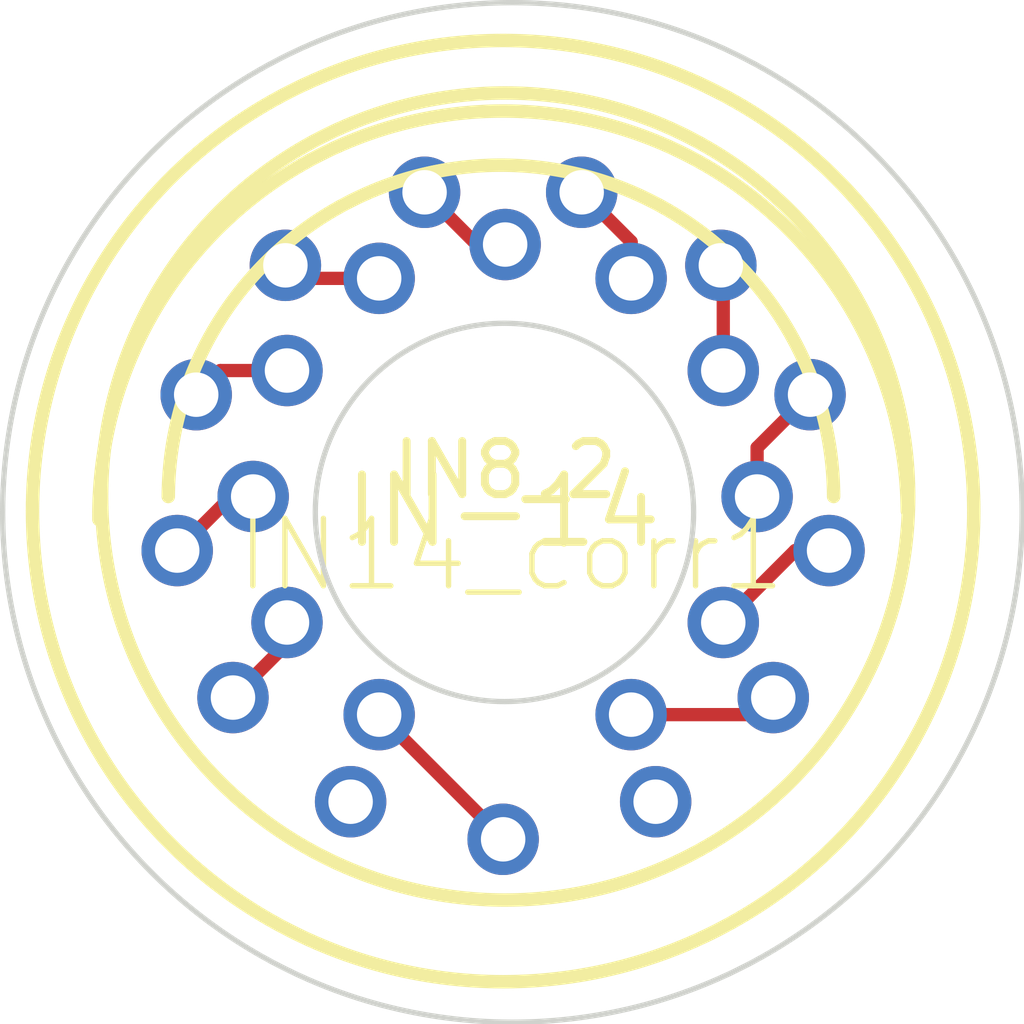
<source format=kicad_pcb>
(kicad_pcb (version 20211014) (generator pcbnew)
  (layers (0 "F.Cu" signal) (31 "B.Cu" signal) (34 "B.Paste" user) (35 "F.Paste" user) (36 "B.SilkS" user "B.Silkscreen") (37 "F.SilkS" user "F.Silkscreen") (38 "B.Mask" user) (39 "F.Mask" user) (44 "Edge.Cuts" user))
  (net 0 "")
  (net 1 "/A")
  (net 2 "Net-(IN14_corr1-Pad9)")
  (net 3 "Net-(IN14_corr1-Pad8)")
  (net 4 "Net-(IN14_corr1-Pad7)")
  (net 5 "Net-(IN14_corr1-Pad6)")
  (net 6 "Net-(IN14_corr1-Pad5)")
  (net 7 "Net-(IN14_corr1-Pad4)")
  (net 8 "Net-(IN14_corr1-Pad3)")
  (net 9 "Net-(IN14_corr1-Pad2)")
  (net 10 "Net-(IN14_corr1-Pad1)")
  (net 11 "Net-(IN14_corr1-Pad0)")
  (footprint "nixies-us:nixies-us-IN-14" (layer "F.Cu") (at 137.475 91.933925)
    (fp_text reference "IN14_corr1" (at 0.15 0.825 180) (layer "F.SilkS") (effects (font (size 1.27 1.27) (thickness 0.1016))))
    (fp_text value "IN-14" (at 0 0) (layer "F.SilkS") (effects (font (size 1.27 1.27))))
    (fp_arc (start -7.62 0.15748) (mid -0.07874 -7.54126) (end 7.62 0) (layer "F.SilkS") (width 0.254))
    (fp_circle (center 0 0) (end 0 -8.87222) (layer "F.SilkS") (width 0.254) (fill none))
    (pad "0" thru_hole circle (at -5.0927 3.51536) (size 1.3462 1.3462) (drill 0.8382) (layers *.Cu *.Mask) (net 11 "Net-(IN14_corr1-Pad0)"))
    (pad "1" thru_hole circle (at 5.0927 3.51536) (size 1.3462 1.3462) (drill 0.8382) (layers *.Cu *.Mask) (net 10 "Net-(IN14_corr1-Pad1)"))
    (pad "2" thru_hole circle (at 6.14426 0.74422) (size 1.3462 1.3462) (drill 0.8382) (layers *.Cu *.Mask) (net 9 "Net-(IN14_corr1-Pad2)"))
    (pad "3" thru_hole circle (at 5.78612 -2.19456) (size 1.3462 1.3462) (drill 0.8382) (layers *.Cu *.Mask) (net 8 "Net-(IN14_corr1-Pad3)"))
    (pad "4" thru_hole circle (at 4.10464 -4.63296) (size 1.3462 1.3462) (drill 0.8382) (layers *.Cu *.Mask) (net 7 "Net-(IN14_corr1-Pad4)"))
    (pad "5" thru_hole circle (at 1.48082 -6.00964) (size 1.3462 1.3462) (drill 0.8382) (layers *.Cu *.Mask) (net 6 "Net-(IN14_corr1-Pad5)"))
    (pad "6" thru_hole circle (at -1.48082 -6.00964) (size 1.3462 1.3462) (drill 0.8382) (layers *.Cu *.Mask) (net 5 "Net-(IN14_corr1-Pad6)"))
    (pad "7" thru_hole circle (at -4.10464 -4.63296) (size 1.3462 1.3462) (drill 0.8382) (layers *.Cu *.Mask) (net 4 "Net-(IN14_corr1-Pad7)"))
    (pad "8" thru_hole circle (at -5.78612 -2.19456) (size 1.3462 1.3462) (drill 0.8382) (layers *.Cu *.Mask) (net 3 "Net-(IN14_corr1-Pad8)"))
    (pad "9" thru_hole circle (at -6.14426 0.74422) (size 1.3462 1.3462) (drill 0.8382) (layers *.Cu *.Mask) (net 2 "Net-(IN14_corr1-Pad9)"))
    (pad "A" thru_hole circle (at 0 6.18744) (size 1.3462 1.3462) (drill 0.8382) (layers *.Cu *.Mask) (net 1 "/A"))
    (pad "LHDP" thru_hole circle (at 2.87528 5.47878) (size 1.3462 1.3462) (drill 0.8382) (layers *.Cu *.Mask))
    (pad "RHDP" thru_hole circle (at -2.87528 5.47878) (size 1.3462 1.3462) (drill 0.8382) (layers *.Cu *.Mask))
  )
  (footprint "Nixies:in8" (layer "F.Cu") (at 137.51274 91.658925)
    (fp_text reference "IN8_2" (at 0 -0.5 unlocked) (layer "F.SilkS"))
    (fp_text value "IN-8")
    (fp_arc (start -6.35762 -0.08636) (mid -0.094355 -6.319533) (end 6.144282 -0.06171) (layer "F.SilkS") (width 0.127))
    (fp_arc (start -6.35 0) (mid -0.07874 -6.27126) (end 6.19252 0) (layer "F.SilkS") (width 0.254))
    (fp_circle (center 0 0) (end 0 -7.6073) (layer "F.SilkS") (width 0.254) (fill none))
    (fp_circle (center 0 0) (end 0 -7.62) (layer "F.SilkS") (width 0.127) (fill none))
    (pad "0" thru_hole circle (at -4.11226 2.3749) (size 1.3462 1.3462) (drill 0.8382) (layers *.Mask "F.Cu" "In1.Cu" "B.Cu") (net 11 "Net-(IN14_corr1-Pad0)"))
    (pad "1" thru_hole circle (at 2.3749 4.11226) (size 1.3462 1.3462) (drill 0.8382) (layers *.Mask "F.Cu" "In1.Cu" "B.Cu") (net 10 "Net-(IN14_corr1-Pad1)"))
    (pad "2" thru_hole circle (at 4.11226 2.3749) (size 1.3462 1.3462) (drill 0.8382) (layers *.Mask "F.Cu" "In1.Cu" "B.Cu") (net 9 "Net-(IN14_corr1-Pad2)"))
    (pad "3" thru_hole circle (at 4.7498 0) (size 1.3462 1.3462) (drill 0.8382) (layers *.Mask "F.Cu" "In1.Cu" "B.Cu") (net 8 "Net-(IN14_corr1-Pad3)"))
    (pad "4" thru_hole circle (at 4.11226 -2.3749) (size 1.3462 1.3462) (drill 0.8382) (layers *.Mask "F.Cu" "In1.Cu" "B.Cu") (net 7 "Net-(IN14_corr1-Pad4)"))
    (pad "5" thru_hole circle (at 2.3749 -4.11226) (size 1.3462 1.3462) (drill 0.8382) (layers *.Mask "F.Cu" "In1.Cu" "B.Cu") (net 6 "Net-(IN14_corr1-Pad5)"))
    (pad "6" thru_hole circle (at 0 -4.7498) (size 1.3462 1.3462) (drill 0.8382) (layers *.Mask "F.Cu" "In1.Cu" "B.Cu") (net 5 "Net-(IN14_corr1-Pad6)"))
    (pad "7" thru_hole circle (at -2.3749 -4.11226) (size 1.3462 1.3462) (drill 0.8382) (layers *.Mask "F.Cu" "In1.Cu" "B.Cu") (net 4 "Net-(IN14_corr1-Pad7)"))
    (pad "8" thru_hole circle (at -4.11226 -2.3749) (size 1.3462 1.3462) (drill 0.8382) (layers *.Mask "F.Cu" "In1.Cu" "B.Cu") (net 3 "Net-(IN14_corr1-Pad8)"))
    (pad "9" thru_hole circle (at -4.7498 0) (size 1.3462 1.3462) (drill 0.8382) (layers *.Mask "F.Cu" "In1.Cu" "B.Cu") (net 2 "Net-(IN14_corr1-Pad9)"))
    (pad "A" thru_hole circle (at -2.3749 4.11226) (size 1.3462 1.3462) (drill 0.8382) (layers *.Mask "F.Cu" "In1.Cu" "B.Cu") (net 1 "/A"))
  )
  (gr_circle (center 137.65 91.958925) (end 145.3 97.775) (layer "Edge.Cuts") (width 0.1) (fill none))
  (gr_circle (center 137.5 91.958925) (end 136.7 88.483925) (layer "Edge.Cuts") (width 0.1) (fill none))
  (segment (start 137.475 98.108345) (end 137.475 98.121365) (width 0.25) (layer "F.Cu") (net 1))
  (segment (start 135.13784 95.771185) (end 137.475 98.108345) (width 0.25) (layer "F.Cu") (net 1))
  (segment (start 132.34996 91.658925) (end 131.33074 92.678145) (width 0.25) (layer "F.Cu") (net 2))
  (segment (start 132.76294 91.658925) (end 132.34996 91.658925) (width 0.25) (layer "F.Cu") (net 2))
  (segment (start 132.14422 89.284025) (end 131.68888 89.739365) (width 0.25) (layer "F.Cu") (net 3))
  (segment (start 133.40048 89.284025) (end 132.14422 89.284025) (width 0.25) (layer "F.Cu") (net 3))
  (segment (start 133.61606 87.546665) (end 133.37036 87.300965) (width 0.25) (layer "F.Cu") (net 4))
  (segment (start 135.13784 87.546665) (end 133.61606 87.546665) (width 0.25) (layer "F.Cu") (net 4))
  (segment (start 137.51274 86.909125) (end 136.97902 86.909125) (width 0.25) (layer "F.Cu") (net 5))
  (segment (start 136.97902 86.909125) (end 135.99418 85.924285) (width 0.25) (layer "F.Cu") (net 5))
  (segment (start 139.88764 86.856105) (end 138.95582 85.924285) (width 0.25) (layer "F.Cu") (net 6))
  (segment (start 139.88764 87.546665) (end 139.88764 86.856105) (width 0.25) (layer "F.Cu") (net 6))
  (segment (start 141.625 87.346325) (end 141.57964 87.300965) (width 0.25) (layer "F.Cu") (net 7))
  (segment (start 141.625 89.284025) (end 141.625 87.346325) (width 0.25) (layer "F.Cu") (net 7))
  (segment (start 142.26254 91.658925) (end 142.26254 90.737945) (width 0.25) (layer "F.Cu") (net 8))
  (segment (start 142.26254 90.737945) (end 143.26112 89.739365) (width 0.25) (layer "F.Cu") (net 8))
  (segment (start 141.625 94.033825) (end 142.98068 92.678145) (width 0.25) (layer "F.Cu") (net 9))
  (segment (start 142.98068 92.678145) (end 143.61926 92.678145) (width 0.25) (layer "F.Cu") (net 9))
  (segment (start 142.2458 95.771185) (end 142.5677 95.449285) (width 0.25) (layer "F.Cu") (net 10))
  (segment (start 139.88764 95.771185) (end 142.2458 95.771185) (width 0.25) (layer "F.Cu") (net 10))
  (segment (start 133.40048 94.033825) (end 133.40048 94.431105) (width 0.25) (layer "F.Cu") (net 11))
  (segment (start 133.40048 94.431105) (end 132.3823 95.449285) (width 0.25) (layer "F.Cu") (net 11))
)
</source>
